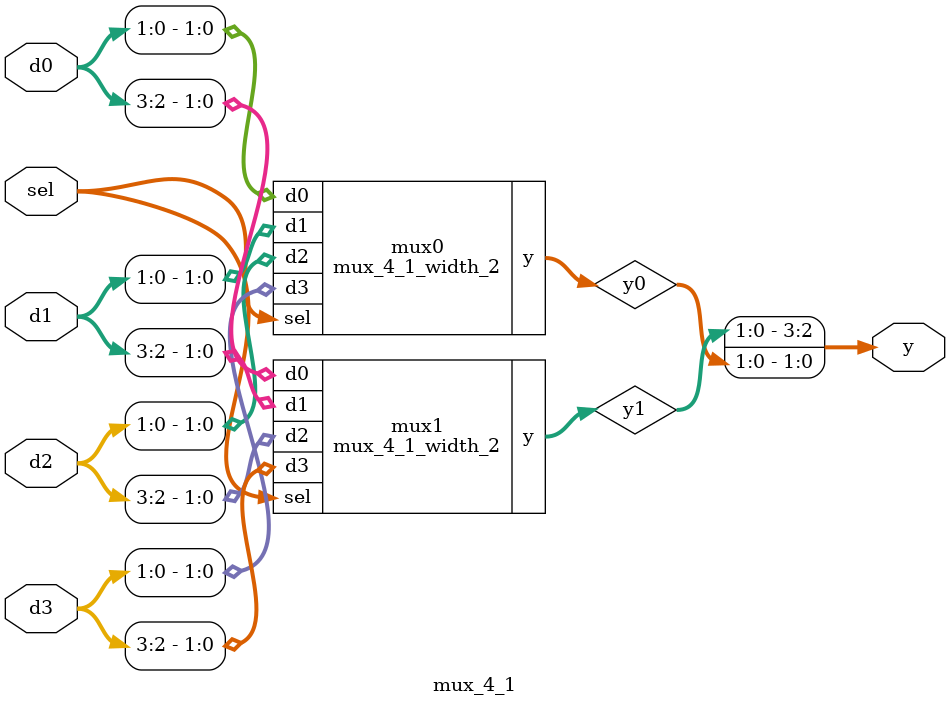
<source format=sv>

module mux_4_1_width_2
(
  input  [1:0] d0, d1, d2, d3,
  input  [1:0] sel,
  output [1:0] y
);

  assign y = sel [1] ? (sel [0] ? d3 : d2)
                     : (sel [0] ? d1 : d0);

endmodule

//----------------------------------------------------------------------------
// Task
//----------------------------------------------------------------------------

module mux_4_1
(
  input  [3:0] d0, d1, d2, d3,
  input  [1:0] sel,
  output [3:0] y
);

  // Task:
  // Implement mux_4_1 with 4-bit data
  // using two instances of mux_4_1_width_2 with 2-bit data

  wire [1:0] y0, y1;

  mux_4_1_width_2 mux0 (.d0(d0[1:0]), .d1(d1[1:0]), .d2(d2[1:0]), .d3(d3[1:0]), .sel(sel), .y(y0));
  mux_4_1_width_2 mux1 (.d0(d0[3:2]), .d1(d1[3:2]), .d2(d2[3:2]), .d3(d3[3:2]), .sel(sel), .y(y1));

  assign y = {y1, y0};

endmodule

</source>
